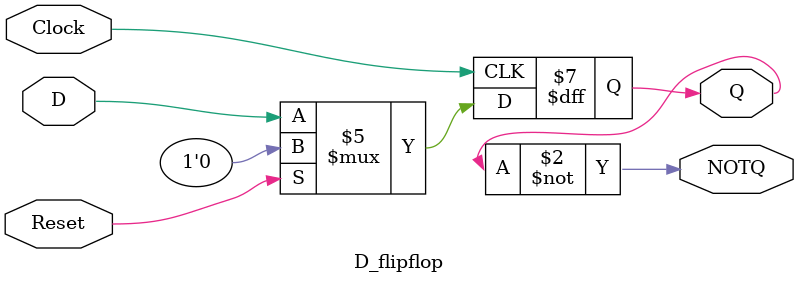
<source format=v>
module D_flipflop(
    input D, Clock, Reset,
    output reg Q,
    output NOTQ
    );
    
    initial begin
        Q <= 0;
    end
    
    always @(posedge Clock) begin
        if (Reset) Q <= 0;
        else Q <= D;
     end
        assign NOTQ = ~Q; 
endmodule

</source>
